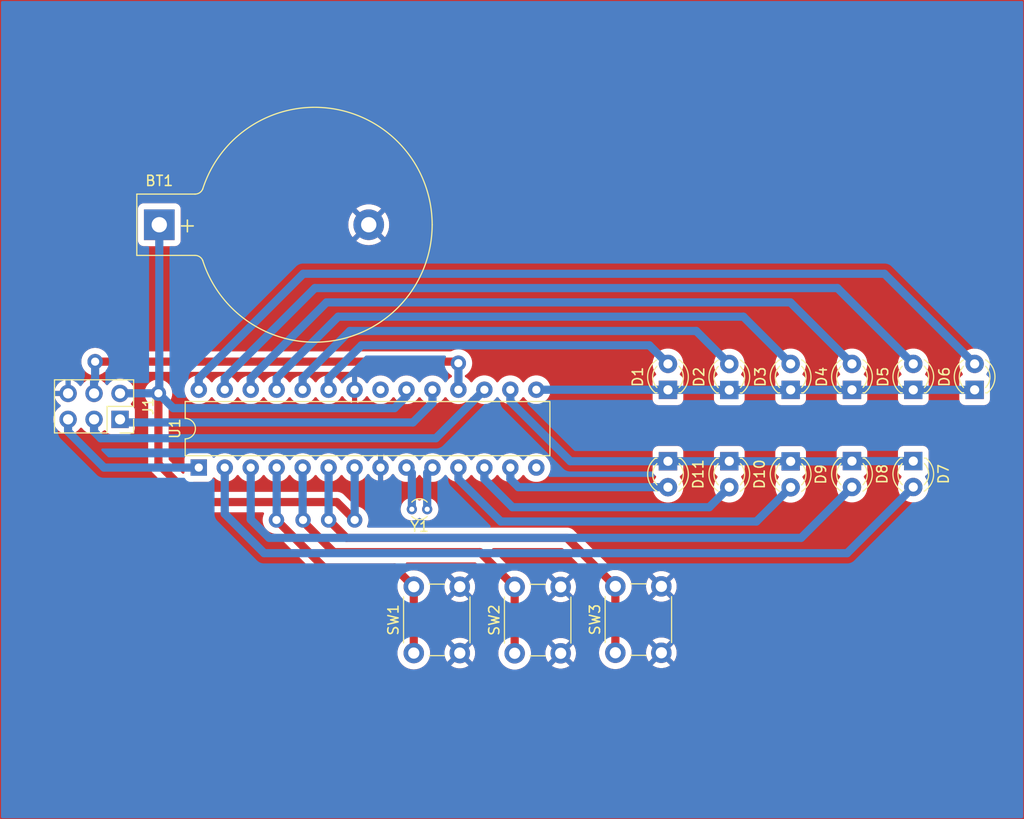
<source format=kicad_pcb>
(kicad_pcb (version 20240108) (generator "pcbnew") (generator_version "8.0")
  (title_block (title "Binary Clock") (company "Luca Schneider (84352)"))
  (layers (0 "F.Cu" signal) (31 "B.Cu" signal) (34 "B.Paste" user) (35 "F.Paste" user) (36 "B.SilkS" user "B.Silkscreen") (37 "F.SilkS" user "F.Silkscreen") (38 "B.Mask" user) (39 "F.Mask" user) (44 "Edge.Cuts" user))
  (net 0 "")
  (net 1 "GND")
  (net 2 "+3.3V")
  (net 3 "Net-(D1-A)")
  (net 4 "Net-(D1-K)")
  (net 5 "Net-(D2-A)")
  (net 6 "Net-(D3-A)")
  (net 7 "Net-(D4-A)")
  (net 8 "Net-(D5-A)")
  (net 9 "Net-(D6-A)")
  (net 10 "Net-(D7-A)")
  (net 11 "Net-(D8-A)")
  (net 12 "Net-(D9-A)")
  (net 13 "Net-(D10-A)")
  (net 14 "Net-(D11-A)")
  (net 15 "MOSI")
  (net 16 "MISO")
  (net 17 "SCK")
  (net 18 "RST")
  (net 19 "Net-(D10-K)")
  (net 20 "Net-(U1-PD3)")
  (net 21 "Net-(U1-PD2)")
  (net 23 "Net-(U1-XTAL2{slash}PB7)")
  (net 24 "Net-(U1-XTAL1{slash}PB6)")
  (net 25 "unconnected-(U1-AREF-Pad21)")
  (net 26 "Net-(U1-PD4)")
  (footprint "LED_THT:LED_D3.0mm" (layer "F.Cu") (at 118.2475 64.5375 -90)
    (property "Reference" "D7" (at 1.27 -2.96 -90) (layer "F.SilkS"))
    (property "Value" "LED")
    (fp_line (start -0.29 1.08) (end -0.29 1.236) (stroke (width 0.12)) (layer "F.SilkS"))
    (fp_line (start -0.29 -1.236) (end -0.29 -1.08) (stroke (width 0.12)) (layer "F.SilkS"))
    (fp_arc (start 2.31113 1.079837) (mid 1.270117 1.5) (end 0.229039 1.08) (stroke (width 0.12)) (layer "F.SilkS"))
    (fp_arc (start 2.942335 1.078608) (mid 1.366487 1.987659) (end -0.29 1.235516) (stroke (width 0.12)) (layer "F.SilkS"))
    (fp_arc (start 0.229039 -1.08) (mid 1.270117 -1.5) (end 2.31113 -1.079837) (stroke (width 0.12)) (layer "F.SilkS"))
    (fp_arc (start -0.29 -1.235516) (mid 1.366487 -1.987659) (end 2.942335 -1.078608) (stroke (width 0.12)) (layer "F.SilkS"))
    (pad "1" thru_hole rect (at 0 0 270) (size 1.8 1.8) (drill 0.9) (layers "*.Cu" "*.Mask") (net 19 "Net-(D10-K)"))
    (pad "2" thru_hole circle (at 2.54 0 270) (size 1.8 1.8) (drill 0.9) (layers "*.Cu" "*.Mask") (net 10 "Net-(D7-A)"))
  )
  (footprint "LED_THT:LED_D3.0mm" (layer "F.Cu") (at 112.2475 57.5625 90)
    (property "Reference" "D4" (at 1.27 -2.96 90) (layer "F.SilkS"))
    (property "Value" "LED")
    (fp_line (start -0.29 -1.236) (end -0.29 -1.08) (stroke (width 0.12)) (layer "F.SilkS"))
    (fp_line (start -0.29 1.08) (end -0.29 1.236) (stroke (width 0.12)) (layer "F.SilkS"))
    (fp_arc (start -0.29 -1.235516) (mid 1.366487 -1.987659) (end 2.942335 -1.078608) (stroke (width 0.12)) (layer "F.SilkS"))
    (fp_arc (start 0.229039 -1.08) (mid 1.270117 -1.5) (end 2.31113 -1.079837) (stroke (width 0.12)) (layer "F.SilkS"))
    (fp_arc (start 2.942335 1.078608) (mid 1.366487 1.987659) (end -0.29 1.235516) (stroke (width 0.12)) (layer "F.SilkS"))
    (fp_arc (start 2.31113 1.079837) (mid 1.270117 1.5) (end 0.229039 1.08) (stroke (width 0.12)) (layer "F.SilkS"))
    (pad "1" thru_hole rect (at 0 0 90) (size 1.8 1.8) (drill 0.9) (layers "*.Cu" "*.Mask") (net 4 "Net-(D1-K)"))
    (pad "2" thru_hole circle (at 2.54 0 90) (size 1.8 1.8) (drill 0.9) (layers "*.Cu" "*.Mask") (net 7 "Net-(D4-A)"))
  )
  (footprint "LED_THT:LED_D3.0mm" (layer "F.Cu") (at 94.2475 57.5625 90)
    (property "Reference" "D1" (at 1.27 -2.96 90) (layer "F.SilkS"))
    (property "Value" "LED")
    (fp_line (start -0.29 -1.236) (end -0.29 -1.08) (stroke (width 0.12)) (layer "F.SilkS"))
    (fp_line (start -0.29 1.08) (end -0.29 1.236) (stroke (width 0.12)) (layer "F.SilkS"))
    (fp_arc (start -0.29 -1.235516) (mid 1.366487 -1.987659) (end 2.942335 -1.078608) (stroke (width 0.12)) (layer "F.SilkS"))
    (fp_arc (start 0.229039 -1.08) (mid 1.270117 -1.5) (end 2.31113 -1.079837) (stroke (width 0.12)) (layer "F.SilkS"))
    (fp_arc (start 2.942335 1.078608) (mid 1.366487 1.987659) (end -0.29 1.235516) (stroke (width 0.12)) (layer "F.SilkS"))
    (fp_arc (start 2.31113 1.079837) (mid 1.270117 1.5) (end 0.229039 1.08) (stroke (width 0.12)) (layer "F.SilkS"))
    (pad "1" thru_hole rect (at 0 0 90) (size 1.8 1.8) (drill 0.9) (layers "*.Cu" "*.Mask") (net 4 "Net-(D1-K)"))
    (pad "2" thru_hole circle (at 2.54 0 90) (size 1.8 1.8) (drill 0.9) (layers "*.Cu" "*.Mask") (net 3 "Net-(D1-A)"))
  )
  (footprint "LED_THT:LED_D3.0mm" (layer "F.Cu") (at 94.2475 64.55 -90)
    (property "Reference" "D11" (at 1.27 -2.96 -90) (layer "F.SilkS"))
    (property "Value" "LED")
    (fp_line (start -0.29 1.08) (end -0.29 1.236) (stroke (width 0.12)) (layer "F.SilkS"))
    (fp_line (start -0.29 -1.236) (end -0.29 -1.08) (stroke (width 0.12)) (layer "F.SilkS"))
    (fp_arc (start 2.31113 1.079837) (mid 1.270117 1.5) (end 0.229039 1.08) (stroke (width 0.12)) (layer "F.SilkS"))
    (fp_arc (start 2.942335 1.078608) (mid 1.366487 1.987659) (end -0.29 1.235516) (stroke (width 0.12)) (layer "F.SilkS"))
    (fp_arc (start 0.229039 -1.08) (mid 1.270117 -1.5) (end 2.31113 -1.079837) (stroke (width 0.12)) (layer "F.SilkS"))
    (fp_arc (start -0.29 -1.235516) (mid 1.366487 -1.987659) (end 2.942335 -1.078608) (stroke (width 0.12)) (layer "F.SilkS"))
    (pad "1" thru_hole rect (at 0 0 270) (size 1.8 1.8) (drill 0.9) (layers "*.Cu" "*.Mask") (net 19 "Net-(D10-K)"))
    (pad "2" thru_hole circle (at 2.54 0 270) (size 1.8 1.8) (drill 0.9) (layers "*.Cu" "*.Mask") (net 14 "Net-(D11-A)"))
  )
  (footprint "LED_THT:LED_D3.0mm" (layer "F.Cu") (at 124.2475 57.5625 90)
    (property "Reference" "D6" (at 1.27 -2.96 90) (layer "F.SilkS"))
    (property "Value" "LED")
    (fp_line (start -0.29 -1.236) (end -0.29 -1.08) (stroke (width 0.12)) (layer "F.SilkS"))
    (fp_line (start -0.29 1.08) (end -0.29 1.236) (stroke (width 0.12)) (layer "F.SilkS"))
    (fp_arc (start -0.29 -1.235516) (mid 1.366487 -1.987659) (end 2.942335 -1.078608) (stroke (width 0.12)) (layer "F.SilkS"))
    (fp_arc (start 0.229039 -1.08) (mid 1.270117 -1.5) (end 2.31113 -1.079837) (stroke (width 0.12)) (layer "F.SilkS"))
    (fp_arc (start 2.942335 1.078608) (mid 1.366487 1.987659) (end -0.29 1.235516) (stroke (width 0.12)) (layer "F.SilkS"))
    (fp_arc (start 2.31113 1.079837) (mid 1.270117 1.5) (end 0.229039 1.08) (stroke (width 0.12)) (layer "F.SilkS"))
    (pad "1" thru_hole rect (at 0 0 90) (size 1.8 1.8) (drill 0.9) (layers "*.Cu" "*.Mask") (net 4 "Net-(D1-K)"))
    (pad "2" thru_hole circle (at 2.54 0 90) (size 1.8 1.8) (drill 0.9) (layers "*.Cu" "*.Mask") (net 9 "Net-(D6-A)"))
  )
  (footprint "LED_THT:LED_D3.0mm" (layer "F.Cu") (at 112.2475 64.5375 -90)
    (property "Reference" "D8" (at 1.27 -2.96 -90) (layer "F.SilkS"))
    (property "Value" "LED")
    (fp_line (start -0.29 1.08) (end -0.29 1.236) (stroke (width 0.12)) (layer "F.SilkS"))
    (fp_line (start -0.29 -1.236) (end -0.29 -1.08) (stroke (width 0.12)) (layer "F.SilkS"))
    (fp_arc (start 2.31113 1.079837) (mid 1.270117 1.5) (end 0.229039 1.08) (stroke (width 0.12)) (layer "F.SilkS"))
    (fp_arc (start 2.942335 1.078608) (mid 1.366487 1.987659) (end -0.29 1.235516) (stroke (width 0.12)) (layer "F.SilkS"))
    (fp_arc (start 0.229039 -1.08) (mid 1.270117 -1.5) (end 2.31113 -1.079837) (stroke (width 0.12)) (layer "F.SilkS"))
    (fp_arc (start -0.29 -1.235516) (mid 1.366487 -1.987659) (end 2.942335 -1.078608) (stroke (width 0.12)) (layer "F.SilkS"))
    (pad "1" thru_hole rect (at 0 0 270) (size 1.8 1.8) (drill 0.9) (layers "*.Cu" "*.Mask") (net 19 "Net-(D10-K)"))
    (pad "2" thru_hole circle (at 2.54 0 270) (size 1.8 1.8) (drill 0.9) (layers "*.Cu" "*.Mask") (net 11 "Net-(D8-A)"))
  )
  (footprint "Package_DIP:DIP-28_W7.62mm" (layer "F.Cu") (at 48.3475 65.17 90)
    (property "Reference" "U1" (at 3.81 -2.33 90) (layer "F.SilkS"))
    (property "Value" "ATmega48A-P")
    (fp_line (start 6.46 -1.33) (end 4.81 -1.33) (stroke (width 0.12)) (layer "F.SilkS"))
    (fp_line (start 2.81 -1.33) (end 1.16 -1.33) (stroke (width 0.12)) (layer "F.SilkS"))
    (fp_line (start 1.16 -1.33) (end 1.16 34.35) (stroke (width 0.12)) (layer "F.SilkS"))
    (fp_line (start 6.46 34.35) (end 6.46 -1.33) (stroke (width 0.12)) (layer "F.SilkS"))
    (fp_line (start 1.16 34.35) (end 6.46 34.35) (stroke (width 0.12)) (layer "F.SilkS"))
    (fp_arc (start 4.81 -1.33) (mid 3.81 -0.33) (end 2.81 -1.33) (stroke (width 0.12)) (layer "F.SilkS"))
    (pad "1" thru_hole rect (at 0 0 90) (size 1.6 1.6) (drill 0.8) (layers "*.Cu" "*.Mask") (net 18 "RST"))
    (pad "2" thru_hole oval (at 0 2.54 90) (size 1.6 1.6) (drill 0.8) (layers "*.Cu" "*.Mask") (net 10 "Net-(D7-A)"))
    (pad "3" thru_hole oval (at 0 5.08 90) (size 1.6 1.6) (drill 0.8) (layers "*.Cu" "*.Mask") (net 11 "Net-(D8-A)"))
    (pad "4" thru_hole oval (at 0 7.62 90) (size 1.6 1.6) (drill 0.8) (layers "*.Cu" "*.Mask") (net 21 "Net-(U1-PD2)"))
    (pad "5" thru_hole oval (at 0 10.16 90) (size 1.6 1.6) (drill 0.8) (layers "*.Cu" "*.Mask") (net 20 "Net-(U1-PD3)"))
    (pad "6" thru_hole oval (at 0 12.7 90) (size 1.6 1.6) (drill 0.8) (layers "*.Cu" "*.Mask") (net 26 "Net-(U1-PD4)"))
    (pad "7" thru_hole oval (at 0 15.24 90) (size 1.6 1.6) (drill 0.8) (layers "*.Cu" "*.Mask") (net 2 "+3.3V"))
    (pad "8" thru_hole oval (at 0 17.78 90) (size 1.6 1.6) (drill 0.8) (layers "*.Cu" "*.Mask") (net 1 "GND"))
    (pad "9" thru_hole oval (at 0 20.32 90) (size 1.6 1.6) (drill 0.8) (layers "*.Cu" "*.Mask") (net 24 "Net-(U1-XTAL1{slash}PB6)"))
    (pad "10" thru_hole oval (at 0 22.86 90) (size 1.6 1.6) (drill 0.8) (layers "*.Cu" "*.Mask") (net 23 "Net-(U1-XTAL2{slash}PB7)"))
    (pad "11" thru_hole oval (at 0 25.4 90) (size 1.6 1.6) (drill 0.8) (layers "*.Cu" "*.Mask") (net 12 "Net-(D9-A)"))
    (pad "12" thru_hole oval (at 0 27.94 90) (size 1.6 1.6) (drill 0.8) (layers "*.Cu" "*.Mask") (net 13 "Net-(D10-A)"))
    (pad "13" thru_hole oval (at 0 30.48 90) (size 1.6 1.6) (drill 0.8) (layers "*.Cu" "*.Mask") (net 14 "Net-(D11-A)"))
    (pad "14" thru_hole oval (at 0 33.02 90) (size 1.6 1.6) (drill 0.8) (layers "*.Cu" "*.Mask"))
    (pad "15" thru_hole oval (at 7.62 33.02 90) (size 1.6 1.6) (drill 0.8) (layers "*.Cu" "*.Mask") (net 4 "Net-(D1-K)"))
    (pad "16" thru_hole oval (at 7.62 30.48 90) (size 1.6 1.6) (drill 0.8) (layers "*.Cu" "*.Mask") (net 19 "Net-(D10-K)"))
    (pad "17" thru_hole oval (at 7.62 27.94 90) (size 1.6 1.6) (drill 0.8) (layers "*.Cu" "*.Mask") (net 17 "SCK"))
    (pad "18" thru_hole oval (at 7.62 25.4 90) (size 1.6 1.6) (drill 0.8) (layers "*.Cu" "*.Mask") (net 15 "MOSI"))
    (pad "19" thru_hole oval (at 7.62 22.86 90) (size 1.6 1.6) (drill 0.8) (layers "*.Cu" "*.Mask") (net 16 "MISO"))
    (pad "20" thru_hole oval (at 7.62 20.32 90) (size 1.6 1.6) (drill 0.8) (layers "*.Cu" "*.Mask") (net 2 "+3.3V"))
    (pad "21" thru_hole oval (at 7.62 17.78 90) (size 1.6 1.6) (drill 0.8) (layers "*.Cu" "*.Mask") (net 25 "unconnected-(U1-AREF-Pad21)"))
    (pad "22" thru_hole oval (at 7.62 15.24 90) (size 1.6 1.6) (drill 0.8) (layers "*.Cu" "*.Mask") (net 1 "GND"))
    (pad "23" thru_hole oval (at 7.62 12.7 90) (size 1.6 1.6) (drill 0.8) (layers "*.Cu" "*.Mask") (net 3 "Net-(D1-A)"))
    (pad "24" thru_hole oval (at 7.62 10.16 90) (size 1.6 1.6) (drill 0.8) (layers "*.Cu" "*.Mask") (net 5 "Net-(D2-A)"))
    (pad "25" thru_hole oval (at 7.62 7.62 90) (size 1.6 1.6) (drill 0.8) (layers "*.Cu" "*.Mask") (net 6 "Net-(D3-A)"))
    (pad "26" thru_hole oval (at 7.62 5.08 90) (size 1.6 1.6) (drill 0.8) (layers "*.Cu" "*.Mask") (net 7 "Net-(D4-A)"))
    (pad "27" thru_hole oval (at 7.62 2.54 90) (size 1.6 1.6) (drill 0.8) (layers "*.Cu" "*.Mask") (net 8 "Net-(D5-A)"))
    (pad "28" thru_hole oval (at 7.62 0 90) (size 1.6 1.6) (drill 0.8) (layers "*.Cu" "*.Mask") (net 9 "Net-(D6-A)"))
  )
  (footprint "LED_THT:LED_D3.0mm" (layer "F.Cu") (at 106.2475 64.5625 -90)
    (property "Reference" "D9" (at 1.27 -2.96 -90) (layer "F.SilkS"))
    (property "Value" "LED")
    (fp_line (start -0.29 1.08) (end -0.29 1.236) (stroke (width 0.12)) (layer "F.SilkS"))
    (fp_line (start -0.29 -1.236) (end -0.29 -1.08) (stroke (width 0.12)) (layer "F.SilkS"))
    (fp_arc (start 2.31113 1.079837) (mid 1.270117 1.5) (end 0.229039 1.08) (stroke (width 0.12)) (layer "F.SilkS"))
    (fp_arc (start 2.942335 1.078608) (mid 1.366487 1.987659) (end -0.29 1.235516) (stroke (width 0.12)) (layer "F.SilkS"))
    (fp_arc (start 0.229039 -1.08) (mid 1.270117 -1.5) (end 2.31113 -1.079837) (stroke (width 0.12)) (layer "F.SilkS"))
    (fp_arc (start -0.29 -1.235516) (mid 1.366487 -1.987659) (end 2.942335 -1.078608) (stroke (width 0.12)) (layer "F.SilkS"))
    (pad "1" thru_hole rect (at 0 0 270) (size 1.8 1.8) (drill 0.9) (layers "*.Cu" "*.Mask") (net 19 "Net-(D10-K)"))
    (pad "2" thru_hole circle (at 2.54 0 270) (size 1.8 1.8) (drill 0.9) (layers "*.Cu" "*.Mask") (net 12 "Net-(D9-A)"))
  )
  (footprint "Crystal:Crystal_DS10_D1.0mm_L4.3mm_Vertical" (layer "F.Cu") (at 70.69125 69.25 180)
    (property "Reference" "Y1" (at 0.75 -1.7 180) (layer "F.SilkS"))
    (property "Value" "Crystal")
    (fp_arc (start 1.49939 0.700653) (mid 0.749553 1.025914) (end 0 0.7) (stroke (width 0.12)) (layer "F.SilkS"))
    (fp_arc (start 0 -0.7) (mid 0.749553 -1.025914) (end 1.49939 -0.700653) (stroke (width 0.12)) (layer "F.SilkS"))
    (pad "1" thru_hole circle (at 0 0 180) (size 1 1) (drill 0.5) (layers "*.Cu" "*.Mask") (net 23 "Net-(U1-XTAL2{slash}PB7)"))
    (pad "2" thru_hole circle (at 1.5 0 180) (size 1 1) (drill 0.5) (layers "*.Cu" "*.Mask") (net 24 "Net-(U1-XTAL1{slash}PB6)"))
  )
  (footprint "LED_THT:LED_D3.0mm" (layer "F.Cu") (at 100.2475 64.55 -90)
    (property "Reference" "D10" (at 1.27 -2.96 -90) (layer "F.SilkS"))
    (property "Value" "LED")
    (fp_line (start -0.29 1.08) (end -0.29 1.236) (stroke (width 0.12)) (layer "F.SilkS"))
    (fp_line (start -0.29 -1.236) (end -0.29 -1.08) (stroke (width 0.12)) (layer "F.SilkS"))
    (fp_arc (start 2.31113 1.079837) (mid 1.270117 1.5) (end 0.229039 1.08) (stroke (width 0.12)) (layer "F.SilkS"))
    (fp_arc (start 2.942335 1.078608) (mid 1.366487 1.987659) (end -0.29 1.235516) (stroke (width 0.12)) (layer "F.SilkS"))
    (fp_arc (start 0.229039 -1.08) (mid 1.270117 -1.5) (end 2.31113 -1.079837) (stroke (width 0.12)) (layer "F.SilkS"))
    (fp_arc (start -0.29 -1.235516) (mid 1.366487 -1.987659) (end 2.942335 -1.078608) (stroke (width 0.12)) (layer "F.SilkS"))
    (pad "1" thru_hole rect (at 0 0 270) (size 1.8 1.8) (drill 0.9) (layers "*.Cu" "*.Mask") (net 19 "Net-(D10-K)"))
    (pad "2" thru_hole circle (at 2.54 0 270) (size 1.8 1.8) (drill 0.9) (layers "*.Cu" "*.Mask") (net 13 "Net-(D10-A)"))
  )
  (footprint "LED_THT:LED_D3.0mm" (layer "F.Cu") (at 106.2475 57.5625 90)
    (property "Reference" "D3" (at 1.27 -2.96 90) (layer "F.SilkS"))
    (property "Value" "LED")
    (fp_line (start -0.29 -1.236) (end -0.29 -1.08) (stroke (width 0.12)) (layer "F.SilkS"))
    (fp_line (start -0.29 1.08) (end -0.29 1.236) (stroke (width 0.12)) (layer "F.SilkS"))
    (fp_arc (start -0.29 -1.235516) (mid 1.366487 -1.987659) (end 2.942335 -1.078608) (stroke (width 0.12)) (layer "F.SilkS"))
    (fp_arc (start 0.229039 -1.08) (mid 1.270117 -1.5) (end 2.31113 -1.079837) (stroke (width 0.12)) (layer "F.SilkS"))
    (fp_arc (start 2.942335 1.078608) (mid 1.366487 1.987659) (end -0.29 1.235516) (stroke (width 0.12)) (layer "F.SilkS"))
    (fp_arc (start 2.31113 1.079837) (mid 1.270117 1.5) (end 0.229039 1.08) (stroke (width 0.12)) (layer "F.SilkS"))
    (pad "1" thru_hole rect (at 0 0 90) (size 1.8 1.8) (drill 0.9) (layers "*.Cu" "*.Mask") (net 4 "Net-(D1-K)"))
    (pad "2" thru_hole circle (at 2.54 0 90) (size 1.8 1.8) (drill 0.9) (layers "*.Cu" "*.Mask") (net 6 "Net-(D3-A)"))
  )
  (footprint "Button_Switch_THT:SW_PUSH_6mm" (layer "F.Cu") (at 79.25 83.35 90)
    (property "Reference" "SW2" (at 3.25 -2 90) (layer "F.SilkS"))
    (property "Value" "SW_Push")
    (fp_line (start 5.5 -1) (end 1 -1) (stroke (width 0.12)) (layer "F.SilkS"))
    (fp_line (start -0.25 1.5) (end -0.25 3) (stroke (width 0.12)) (layer "F.SilkS"))
    (fp_line (start 6.75 3) (end 6.75 1.5) (stroke (width 0.12)) (layer "F.SilkS"))
    (fp_line (start 1 5.5) (end 5.5 5.5) (stroke (width 0.12)) (layer "F.SilkS"))
    (pad "1" thru_hole circle (at 0 0 180) (size 2 2) (drill 1.1) (layers "*.Cu" "*.Mask") (net 20 "Net-(U1-PD3)"))
    (pad "1" thru_hole circle (at 6.5 0 180) (size 2 2) (drill 1.1) (layers "*.Cu" "*.Mask") (net 20 "Net-(U1-PD3)"))
    (pad "2" thru_hole circle (at 0 4.5 180) (size 2 2) (drill 1.1) (layers "*.Cu" "*.Mask") (net 1 "GND"))
    (pad "2" thru_hole circle (at 6.5 4.5 180) (size 2 2) (drill 1.1) (layers "*.Cu" "*.Mask") (net 1 "GND"))
  )
  (footprint "Battery:BatteryHolder_Keystone_103_1x20mm" (layer "F.Cu") (at 44.4825 41.399999)
    (property "Reference" "BT1" (at 0 -4.3 0) (layer "F.SilkS"))
    (property "Value" "Battery_Cell")
    (fp_line (start -2.2 -3) (end 3.5 -3) (stroke (width 0.12)) (layer "F.SilkS"))
    (fp_line (start -2.2 3) (end -2.2 -3) (stroke (width 0.12)) (layer "F.SilkS"))
    (fp_line (start -2.2 3) (end 3.5 3) (stroke (width 0.12)) (layer "F.SilkS"))
    (fp_arc (start 3.5 3) (mid 3.950694 3.136459) (end 4.25 3.5) (stroke (width 0.12)) (layer "F.SilkS"))
    (fp_arc (start 4.25 -3.5) (mid 3.950694 -3.136459) (end 3.5 -3) (stroke (width 0.12)) (layer "F.SilkS"))
    (fp_arc (start 4.25 -3.5) (mid 16.971103 -11.358466) (end 26.695671 0) (stroke (width 0.12)) (layer "F.SilkS"))
    (fp_arc (start 26.695671 0) (mid 16.971103 11.358466) (end 4.25 3.5) (stroke (width 0.12)) (layer "F.SilkS"))
    (fp_text user "+" (at 2.75 0 0) (layer "F.SilkS") (effects (font (size 1.5 1.5))))
    (pad "1" thru_hole rect (at 0 0) (size 3 3) (drill 1.5) (layers "*.Cu" "*.Mask") (net 2 "+3.3V"))
    (pad "2" thru_hole circle (at 20.49 0) (size 3 3) (drill 1.5) (layers "*.Cu" "*.Mask") (net 1 "GND"))
  )
  (footprint "Button_Switch_THT:SW_PUSH_6mm" (layer "F.Cu") (at 89.1 83.3 90)
    (property "Reference" "SW3" (at 3.25 -2 90) (layer "F.SilkS"))
    (property "Value" "SW_Push")
    (fp_line (start 5.5 -1) (end 1 -1) (stroke (width 0.12)) (layer "F.SilkS"))
    (fp_line (start -0.25 1.5) (end -0.25 3) (stroke (width 0.12)) (layer "F.SilkS"))
    (fp_line (start 6.75 3) (end 6.75 1.5) (stroke (width 0.12)) (layer "F.SilkS"))
    (fp_line (start 1 5.5) (end 5.5 5.5) (stroke (width 0.12)) (layer "F.SilkS"))
    (pad "1" thru_hole circle (at 0 0 180) (size 2 2) (drill 1.1) (layers "*.Cu" "*.Mask") (net 26 "Net-(U1-PD4)"))
    (pad "1" thru_hole circle (at 6.5 0 180) (size 2 2) (drill 1.1) (layers "*.Cu" "*.Mask") (net 26 "Net-(U1-PD4)"))
    (pad "2" thru_hole circle (at 0 4.5 180) (size 2 2) (drill 1.1) (layers "*.Cu" "*.Mask") (net 1 "GND"))
    (pad "2" thru_hole circle (at 6.5 4.5 180) (size 2 2) (drill 1.1) (layers "*.Cu" "*.Mask") (net 1 "GND"))
  )
  (footprint "LED_THT:LED_D3.0mm" (layer "F.Cu") (at 118.2475 57.5625 90)
    (property "Reference" "D5" (at 1.27 -2.96 90) (layer "F.SilkS"))
    (property "Value" "LED")
    (fp_line (start -0.29 -1.236) (end -0.29 -1.08) (stroke (width 0.12)) (layer "F.SilkS"))
    (fp_line (start -0.29 1.08) (end -0.29 1.236) (stroke (width 0.12)) (layer "F.SilkS"))
    (fp_arc (start -0.29 -1.235516) (mid 1.366487 -1.987659) (end 2.942335 -1.078608) (stroke (width 0.12)) (layer "F.SilkS"))
    (fp_arc (start 0.229039 -1.08) (mid 1.270117 -1.5) (end 2.31113 -1.079837) (stroke (width 0.12)) (layer "F.SilkS"))
    (fp_arc (start 2.942335 1.078608) (mid 1.366487 1.987659) (end -0.29 1.235516) (stroke (width 0.12)) (layer "F.SilkS"))
    (fp_arc (start 2.31113 1.079837) (mid 1.270117 1.5) (end 0.229039 1.08) (stroke (width 0.12)) (layer "F.SilkS"))
    (pad "1" thru_hole rect (at 0 0 90) (size 1.8 1.8) (drill 0.9) (layers "*.Cu" "*.Mask") (net 4 "Net-(D1-K)"))
    (pad "2" thru_hole circle (at 2.54 0 90) (size 1.8 1.8) (drill 0.9) (layers "*.Cu" "*.Mask") (net 8 "Net-(D5-A)"))
  )
  (footprint "Connector_PinSocket_2.54mm:PinSocket_2x03_P2.54mm_Vertical" (layer "F.Cu") (at 40.64125 60.45 -90)
    (property "Reference" "J1" (at -1.27 -2.77 -90) (layer "F.SilkS"))
    (property "Value" "AVR-ISP-6")
    (fp_line (start -3.87 6.41) (end 1.33 6.41) (stroke (width 0.12)) (layer "F.SilkS"))
    (fp_line (start -1.27 1.27) (end 1.33 1.27) (stroke (width 0.12)) (layer "F.SilkS"))
    (fp_line (start 1.33 1.27) (end 1.33 6.41) (stroke (width 0.12)) (layer "F.SilkS"))
    (fp_line (start -3.87 -1.33) (end -3.87 6.41) (stroke (width 0.12)) (layer "F.SilkS"))
    (fp_line (start -3.87 -1.33) (end -1.27 -1.33) (stroke (width 0.12)) (layer "F.SilkS"))
    (fp_line (start -1.27 -1.33) (end -1.27 1.27) (stroke (width 0.12)) (layer "F.SilkS"))
    (fp_line (start 0 -1.33) (end 1.33 -1.33) (stroke (width 0.12)) (layer "F.SilkS"))
    (fp_line (start 1.33 -1.33) (end 1.33 0) (stroke (width 0.12)) (layer "F.SilkS"))
    (pad "1" thru_hole rect (at 0 0 270) (size 1.7 1.7) (drill 1) (layers "*.Cu" "*.Mask") (net 16 "MISO"))
    (pad "2" thru_hole oval (at -2.54 0 270) (size 1.7 1.7) (drill 1) (layers "*.Cu" "*.Mask") (net 2 "+3.3V"))
    (pad "3" thru_hole oval (at 0 2.54 270) (size 1.7 1.7) (drill 1) (layers "*.Cu" "*.Mask") (net 17 "SCK"))
    (pad "4" thru_hole oval (at -2.54 2.54 270) (size 1.7 1.7) (drill 1) (layers "*.Cu" "*.Mask") (net 15 "MOSI"))
    (pad "5" thru_hole oval (at 0 5.08 270) (size 1.7 1.7) (drill 1) (layers "*.Cu" "*.Mask") (net 18 "RST"))
    (pad "6" thru_hole oval (at -2.54 5.08 270) (size 1.7 1.7) (drill 1) (layers "*.Cu" "*.Mask") (net 1 "GND"))
  )
  (footprint "LED_THT:LED_D3.0mm" (layer "F.Cu") (at 100.2475 57.575 90)
    (property "Reference" "D2" (at 1.27 -2.96 90) (layer "F.SilkS"))
    (property "Value" "LED")
    (fp_line (start -0.29 -1.236) (end -0.29 -1.08) (stroke (width 0.12)) (layer "F.SilkS"))
    (fp_line (start -0.29 1.08) (end -0.29 1.236) (stroke (width 0.12)) (layer "F.SilkS"))
    (fp_arc (start -0.29 -1.235516) (mid 1.366487 -1.987659) (end 2.942335 -1.078608) (stroke (width 0.12)) (layer "F.SilkS"))
    (fp_arc (start 0.229039 -1.08) (mid 1.270117 -1.5) (end 2.31113 -1.079837) (stroke (width 0.12)) (layer "F.SilkS"))
    (fp_arc (start 2.942335 1.078608) (mid 1.366487 1.987659) (end -0.29 1.235516) (stroke (width 0.12)) (layer "F.SilkS"))
    (fp_arc (start 2.31113 1.079837) (mid 1.270117 1.5) (end 0.229039 1.08) (stroke (width 0.12)) (layer "F.SilkS"))
    (pad "1" thru_hole rect (at 0 0 90) (size 1.8 1.8) (drill 0.9) (layers "*.Cu" "*.Mask") (net 4 "Net-(D1-K)"))
    (pad "2" thru_hole circle (at 2.54 0 90) (size 1.8 1.8) (drill 0.9) (layers "*.Cu" "*.Mask") (net 5 "Net-(D2-A)"))
  )
  (footprint "Button_Switch_THT:SW_PUSH_6mm" (layer "F.Cu") (at 69.38 83.33 90)
    (property "Reference" "SW1" (at 3.25 -2 90) (layer "F.SilkS"))
    (property "Value" "SW_Push")
    (fp_line (start 5.5 -1) (end 1 -1) (stroke (width 0.12)) (layer "F.SilkS"))
    (fp_line (start -0.25 1.5) (end -0.25 3) (stroke (width 0.12)) (layer "F.SilkS"))
    (fp_line (start 6.75 3) (end 6.75 1.5) (stroke (width 0.12)) (layer "F.SilkS"))
    (fp_line (start 1 5.5) (end 5.5 5.5) (stroke (width 0.12)) (layer "F.SilkS"))
    (pad "1" thru_hole circle (at 0 0 180) (size 2 2) (drill 1.1) (layers "*.Cu" "*.Mask") (net 21 "Net-(U1-PD2)"))
    (pad "1" thru_hole circle (at 6.5 0 180) (size 2 2) (drill 1.1) (layers "*.Cu" "*.Mask") (net 21 "Net-(U1-PD2)"))
    (pad "2" thru_hole circle (at 0 4.5 180) (size 2 2) (drill 1.1) (layers "*.Cu" "*.Mask") (net 1 "GND"))
    (pad "2" thru_hole circle (at 6.5 4.5 180) (size 2 2) (drill 1.1) (layers "*.Cu" "*.Mask") (net 1 "GND"))
  )
  (gr_rect (start 29 19.5) (end 129 99.5) (stroke (width 0.2)) (fill none) (layer "F.Cu") (net 1))
  (gr_text "lschneid(84352)" (at 97.2 78.1 0) (layer "F.Cu") (effects (font (size 1.5 1.5) (thickness 0.3) (bold yes)) (justify left bottom)))
  (gr_text "lschneid(84352)" (at 116 78.1 0) (layer "B.Cu") (effects (font (size 1.5 1.5) (thickness 0.3) (bold yes)) (justify left bottom mirror)))
  (gr_text "lschneid(84352)" (at 116 78.1 0) (layer "B.Cu") (effects (font (size 1.5 1.5) (thickness 0.3) (bold yes)) (justify left bottom mirror)))
  (segment (start 73.77 76.79) (end 73.73 76.83) (width 0.8) (layer "F.Cu") (net 1))
  (segment (start 61.8475 68.55) (end 63.5975 70.3) (width 0.8) (layer "F.Cu") (net 2))
  (segment (start 44.3975 64.82) (end 48.1275 68.55) (width 0.8) (layer "F.Cu") (net 2))
  (segment (start 48.1275 68.55) (end 61.8475 68.55) (width 0.8) (layer "F.Cu") (net 2))
  (segment (start 44.3975 57.9) (end 44.3975 64.82) (width 0.8) (layer "F.Cu") (net 2))
  (segment (start 48.1275 68.55) (end 48.3075 68.55) (width 0.8) (layer "F.Cu") (net 2))
  (via (at 63.5975 70.3) (size 1.5) (drill 0.8) (layers "F.Cu" "B.Cu") (net 2))
  (via (at 44.3975 57.9) (size 1.5) (drill 0.8) (layers "F.Cu" "B.Cu") (net 2))
  (segment (start 44.3975 57.9) (end 45.8475 59.35) (width 0.8) (layer "B.Cu") (net 2))
  (segment (start 67.5 59.35) (end 68.6675 58.1825) (width 0.8) (layer "B.Cu") (net 2))
  (segment (start 68.6675 58.1825) (end 68.6675 57.55) (width 0.8) (layer "B.Cu") (net 2))
  (segment (start 63.5975 65.18) (end 63.5875 65.17) (width 0.8) (layer "B.Cu") (net 2))
  (segment (start 40.65125 57.9) (end 40.64125 57.91) (width 0.8) (layer "B.Cu") (net 2))
  (segment (start 63.5975 70.3) (end 63.5975 65.18) (width 0.8) (layer "B.Cu") (net 2))
  (segment (start 45.8475 59.35) (end 67.5 59.35) (width 0.8) (layer "B.Cu") (net 2))
  (segment (start 44.4825 57.815) (end 44.4825 41.399999) (width 0.8) (layer "B.Cu") (net 2))
  (segment (start 44.3975 57.9) (end 44.4825 57.815) (width 0.8) (layer "B.Cu") (net 2))
  (segment (start 44.3975 57.9) (end 40.65125 57.9) (width 0.8) (layer "B.Cu") (net 2))
  (segment (start 92.425 53.2) (end 94.2475 55.0225) (width 0.8) (layer "B.Cu") (net 3))
  (segment (start 61.0475 56.41863) (end 64.26613 53.2) (width 0.8) (layer "B.Cu") (net 3))
  (segment (start 64.26613 53.2) (end 92.425 53.2) (width 0.8) (layer "B.Cu") (net 3))
  (segment (start 61.0475 57.55) (end 61.0475 56.41863) (width 0.8) (layer "B.Cu") (net 3))
  (segment (start 106.235 57.575) (end 106.2475 57.5625) (width 0.8) (layer "B.Cu") (net 4))
  (segment (start 81.3675 57.55) (end 94.235 57.55) (width 0.8) (layer "B.Cu") (net 4))
  (segment (start 112.2475 57.5625) (end 118.2475 57.5625) (width 0.8) (layer "B.Cu") (net 4))
  (segment (start 118.2475 57.5625) (end 124.2475 57.5625) (width 0.8) (layer "B.Cu") (net 4))
  (segment (start 94.100494 57.5625) (end 94.2475 57.5625) (width 0.8) (layer "B.Cu") (net 4))
  (segment (start 100.2475 57.575) (end 106.235 57.575) (width 0.8) (layer "B.Cu") (net 4))
  (segment (start 94.2475 57.5625) (end 100.235 57.5625) (width 0.8) (layer "B.Cu") (net 4))
  (segment (start 94.235 57.55) (end 94.2475 57.5625) (width 0.8) (layer "B.Cu") (net 4))
  (segment (start 106.2475 57.5625) (end 112.2475 57.5625) (width 0.8) (layer "B.Cu") (net 4))
  (segment (start 100.235 57.5625) (end 100.2475 57.575) (width 0.8) (layer "B.Cu") (net 4))
  (segment (start 58.5075 56.41863) (end 63.12613 51.8) (width 0.8) (layer "B.Cu") (net 5))
  (segment (start 97.0125 51.8) (end 100.2475 55.035) (width 0.8) (layer "B.Cu") (net 5))
  (segment (start 63.12613 51.8) (end 97.0125 51.8) (width 0.8) (layer "B.Cu") (net 5))
  (segment (start 58.5075 57.55) (end 58.5075 56.41863) (width 0.8) (layer "B.Cu") (net 5))
  (segment (start 55.9675 56.41863) (end 61.98613 50.4) (width 0.8) (layer "B.Cu") (net 6))
  (segment (start 101.625 50.4) (end 106.2475 55.0225) (width 0.8) (layer "B.Cu") (net 6))
  (segment (start 55.9675 57.55) (end 55.9675 56.41863) (width 0.8) (layer "B.Cu") (net 6))
  (segment (start 61.98613 50.4) (end 101.625 50.4) (width 0.8) (layer "B.Cu") (net 6))
  (segment (start 106.225 49) (end 112.2475 55.0225) (width 0.8) (layer "B.Cu") (net 7))
  (segment (start 60.84613 49) (end 106.225 49) (width 0.8) (layer "B.Cu") (net 7))
  (segment (start 53.4275 57.55) (end 53.4275 56.41863) (width 0.8) (layer "B.Cu") (net 7))
  (segment (start 53.4275 56.41863) (end 60.84613 49) (width 0.8) (layer "B.Cu") (net 7))
  (segment (start 50.8875 57.55) (end 50.8875 56.41863) (width 0.8) (layer "B.Cu") (net 8))
  (segment (start 50.8875 56.41863) (end 59.70613 47.6) (width 0.8) (layer "B.Cu") (net 8))
  (segment (start 59.70613 47.6) (end 110.825 47.6) (width 0.8) (layer "B.Cu") (net 8))
  (segment (start 110.825 47.6) (end 118.2475 55.0225) (width 0.8) (layer "B.Cu") (net 8))
  (segment (start 48.3475 56.41863) (end 58.56613 46.2) (width 0.8) (layer "B.Cu") (net 9))
  (segment (start 58.56613 46.2) (end 115.425 46.2) (width 0.8) (layer "B.Cu") (net 9))
  (segment (start 48.3475 57.55) (end 48.3475 56.41863) (width 0.8) (layer "B.Cu") (net 9))
  (segment (start 115.425 46.2) (end 124.2475 55.0225) (width 0.8) (layer "B.Cu") (net 9))
  (segment (start 118.2475 67.0775) (end 111.775 73.55) (width 0.8) (layer "B.Cu") (net 10))
  (segment (start 54.742728 73.55) (end 50.8875 69.694772) (width 0.8) (layer "B.Cu") (net 10))
  (segment (start 111.775 73.55) (end 54.742728 73.55) (width 0.8) (layer "B.Cu") (net 10))
  (segment (start 50.8875 69.694772) (end 50.8875 65.17) (width 0.8) (layer "B.Cu") (net 10))
  (segment (start 53.4275 65.17) (end 53.4275 70.254874) (width 0.8) (layer "B.Cu") (net 11))
  (segment (start 53.4275 70.254874) (end 55.222626 72.05) (width 0.8) (layer "B.Cu") (net 11))
  (segment (start 107.275 72.05) (end 112.2475 67.0775) (width 0.8) (layer "B.Cu") (net 11))
  (segment (start 55.222626 72.05) (end 107.275 72.05) (width 0.8) (layer "B.Cu") (net 11))
  (segment (start 77.89613 70.45) (end 102.9 70.45) (width 0.8) (layer "B.Cu") (net 12))
  (segment (start 73.7475 66.30137) (end 77.89613 70.45) (width 0.8) (layer "B.Cu") (net 12))
  (segment (start 73.7475 65.17) (end 73.7475 66.30137) (width 0.8) (layer "B.Cu") (net 12))
  (segment (start 102.9 70.45) (end 106.2475 67.1025) (width 0.8) (layer "B.Cu") (net 12))
  (segment (start 98.2875 69.05) (end 100.2475 67.09) (width 0.8) (layer "B.Cu") (net 13))
  (segment (start 76.2875 65.17) (end 76.2875 66.30137) (width 0.8) (layer "B.Cu") (net 13))
  (segment (start 79.03613 69.05) (end 98.2875 69.05) (width 0.8) (layer "B.Cu") (net 13))
  (segment (start 76.2875 66.30137) (end 79.03613 69.05) (width 0.8) (layer "B.Cu") (net 13))
  (segment (start 79.61613 67.09) (end 94.2475 67.09) (width 0.8) (layer "B.Cu") (net 14))
  (segment (start 78.8275 66.30137) (end 79.61613 67.09) (width 0.8) (layer "B.Cu") (net 14))
  (segment (start 78.8275 65.17) (end 78.8275 66.30137) (width 0.8) (layer "B.Cu") (net 14))
  (segment (start 38.2075 54.8) (end 73.59125 54.8) (width 0.8) (layer "F.Cu") (net 15))
  (segment (start 73.59125 54.8) (end 73.74125 54.95) (width 0.8) (layer "F.Cu") (net 15))
  (segment (start 73.7475 57.79) (end 73.7475 57.55) (width 0.8) (layer "F.Cu") (net 15))
  (via (at 73.74125 54.95) (size 1.5) (drill 0.8) (layers "F.Cu" "B.Cu") (net 15))
  (via (at 38.2075 54.8) (size 1.5) (drill 0.8) (layers "F.Cu" "B.Cu") (net 15))
  (segment (start 38.10125 56.707919) (end 38.10125 57.91) (width 0.8) (layer "B.Cu") (net 15))
  (segment (start 38.2075 54.8) (end 38.2075 56.601669) (width 0.8) (layer "B.Cu") (net 15))
  (segment (start 73.7475 57.55) (end 73.7475 54.95625) (width 0.8) (layer "B.Cu") (net 15))
  (segment (start 73.7475 54.95625) (end 73.74125 54.95) (width 0.8) (layer "B.Cu") (net 15))
  (segment (start 38.2075 56.601669) (end 38.10125 56.707919) (width 0.8) (layer "B.Cu") (net 15))
  (segment (start 71.2075 57.544415) (end 71.2075 57.55) (width 0.8) (layer "F.Cu") (net 16))
  (segment (start 40.64125 60.45) (end 40.94125 60.75) (width 0.8) (layer "B.Cu") (net 16))
  (segment (start 71.2075 58.8425) (end 71.2075 57.55) (width 0.8) (layer "B.Cu") (net 16))
  (segment (start 69.3 60.75) (end 71.2075 58.8425) (width 0.8) (layer "B.Cu") (net 16))
  (segment (start 40.94125 60.75) (end 69.3 60.75) (width 0.8) (layer "B.Cu") (net 16))
  (segment (start 71.543085 62.3) (end 76.2875 57.555585) (width 0.8) (layer "B.Cu") (net 17))
  (segment (start 38.10125 60.45) (end 38.10125 61.652081) (width 0.8) (layer "B.Cu") (net 17))
  (segment (start 38.10125 61.652081) (end 38.749169 62.3) (width 0.8) (layer "B.Cu") (net 17))
  (segment (start 76.2875 57.555585) (end 76.2875 57.55) (width 0.8) (layer "B.Cu") (net 17))
  (segment (start 38.749169 62.3) (end 71.543085 62.3) (width 0.8) (layer "B.Cu") (net 17))
  (segment (start 47.9925 65.525) (end 48.3475 65.17) (width 0.8) (layer "F.Cu") (net 18))
  (segment (start 35.56125 60.45) (end 35.56125 61.652081) (width 0.8) (layer "B.Cu") (net 18))
  (segment (start 35.56125 61.652081) (end 39.079169 65.17) (width 0.8) (layer "B.Cu") (net 18))
  (segment (start 39.079169 65.17) (end 48.3475 65.17) (width 0.8) (layer "B.Cu") (net 18))
  (segment (start 94.2475 64.55) (end 100.2475 64.55) (width 0.8) (layer "B.Cu") (net 19))
  (segment (start 78.8275 57.55) (end 78.8275 58.68137) (width 0.8) (layer "B.Cu") (net 19))
  (segment (start 112.2225 64.5625) (end 112.2475 64.5375) (width 0.8) (layer "B.Cu") (net 19))
  (segment (start 112.2475 64.5375) (end 118.2475 64.5375) (width 0.8) (layer "B.Cu") (net 19))
  (segment (start 100.2475 64.55) (end 106.235 64.55) (width 0.8) (layer "B.Cu") (net 19))
  (segment (start 78.8275 58.68137) (end 84.69613 64.55) (width 0.8) (layer "B.Cu") (net 19))
  (segment (start 84.69613 64.55) (end 94.2475 64.55) (width 0.8) (layer "B.Cu") (net 19))
  (segment (start 106.235 64.55) (end 106.2475 64.5625) (width 0.8) (layer "B.Cu") (net 19))
  (segment (start 106.2475 64.5625) (end 112.2225 64.5625) (width 0.8) (layer "B.Cu") (net 19))
  (segment (start 58.5475 70.3) (end 58.5475 70.445) (width 0.8) (layer "F.Cu") (net 20))
  (segment (start 58.5475 70.445) (end 61.5525 73.45) (width 0.8) (layer "F.Cu") (net 20))
  (segment (start 79.25 76.85) (end 79.25 83.35) (width 0.8) (layer "F.Cu") (net 20))
  (segment (start 61.5525 73.45) (end 75.85 73.45) (width 0.8) (layer "F.Cu") (net 20))
  (segment (start 75.85 73.45) (end 79.25 76.85) (width 0.8) (layer "F.Cu") (net 20))
  (segment (start 58.74125 65.40375) (end 58.5075 65.17) (width 0.8) (layer "F.Cu") (net 20))
  (via (at 58.5475 70.3) (size 1.5) (drill 0.8) (layers "F.Cu" "B.Cu") (net 20))
  (segment (start 58.5075 70.26) (end 58.5075 65.17) (width 0.8) (layer "B.Cu") (net 20))
  (segment (start 58.5475 70.3) (end 58.5075 70.26) (width 0.8) (layer "B.Cu") (net 20))
  (segment (start 67.5 74.95) (end 69.38 76.83) (width 0.8) (layer "F.Cu") (net 21))
  (segment (start 55.9475 70.3) (end 60.5975 74.95) (width 0.8) (layer "F.Cu") (net 21))
  (segment (start 60.5975 74.95) (end 67.5 74.95) (width 0.8) (layer "F.Cu") (net 21))
  (segment (start 69.38 76.83) (end 69.38 83.33) (width 0.8) (layer "F.Cu") (net 21))
  (via (at 55.9475 70.3) (size 1.5) (drill 0.8) (layers "F.Cu" "B.Cu") (net 21))
  (segment (start 55.9475 70.3) (end 55.9675 70.28) (width 0.8) (layer "B.Cu") (net 21))
  (segment (start 55.9675 70.28) (end 55.9675 65.17) (width 0.8) (layer "B.Cu") (net 21))
  (segment (start 71.2875 65.25) (end 71.2075 65.17) (width 0.8) (layer "F.Cu") (net 23))
  (segment (start 70.69125 69.25) (end 70.69125 65.68625) (width 0.8) (layer "B.Cu") (net 23))
  (segment (start 70.69125 65.68625) (end 71.2075 65.17) (width 0.8) (layer "B.Cu") (net 23))
  (segment (start 68.7475 65.25) (end 68.6675 65.17) (width 0.8) (layer "F.Cu") (net 24))
  (segment (start 69.19125 69.25) (end 69.19125 65.69375) (width 0.8) (layer "B.Cu") (net 24))
  (segment (start 69.19125 65.69375) (end 68.6675 65.17) (width 0.8) (layer "B.Cu") (net 24))
  (segment (start 66.1275 57.55) (end 66.1275 57.59) (width 0.8) (layer "F.Cu") (net 25))
  (segment (start 84.35 72.05) (end 89.1 76.8) (width 0.8) (layer "F.Cu") (net 26))
  (segment (start 89.1 76.8) (end 89.1 83.3) (width 0.8) (layer "F.Cu") (net 26))
  (segment (start 62.7975 72.05) (end 84.35 72.05) (width 0.8) (layer "F.Cu") (net 26))
  (segment (start 61.0475 70.3) (end 62.7975 72.05) (width 0.8) (layer "F.Cu") (net 26))
  (via (at 61.0475 70.3) (size 1.5) (drill 0.8) (layers "F.Cu" "B.Cu") (net 26))
  (segment (start 61.0475 65.17) (end 61.0475 70.3) (width 0.8) (layer "B.Cu") (net 26))
  (zone (net 1) (net_name "GND") (layer "F.Cu") (connect_pads (clearance 0.5)) (min_thickness 0.25) (fill yes (thermal_gap 0.5) (thermal_bridge_width 0.5))
    (polygon (pts (xy 29 19.5) (xy 129 19.5) (xy 129 99.5) (xy 29 99.5)))
  )
  (zone (net 1) (net_name "GND") (layer "B.Cu") (priority 1) (connect_pads (clearance 0.5)) (min_thickness 0.25) (fill yes (thermal_gap 0.5) (thermal_bridge_width 0.5))
    (polygon (pts (xy 29 19.5) (xy 129 19.5) (xy 129 99.5) (xy 29 99.5)))
  )
)
</source>
